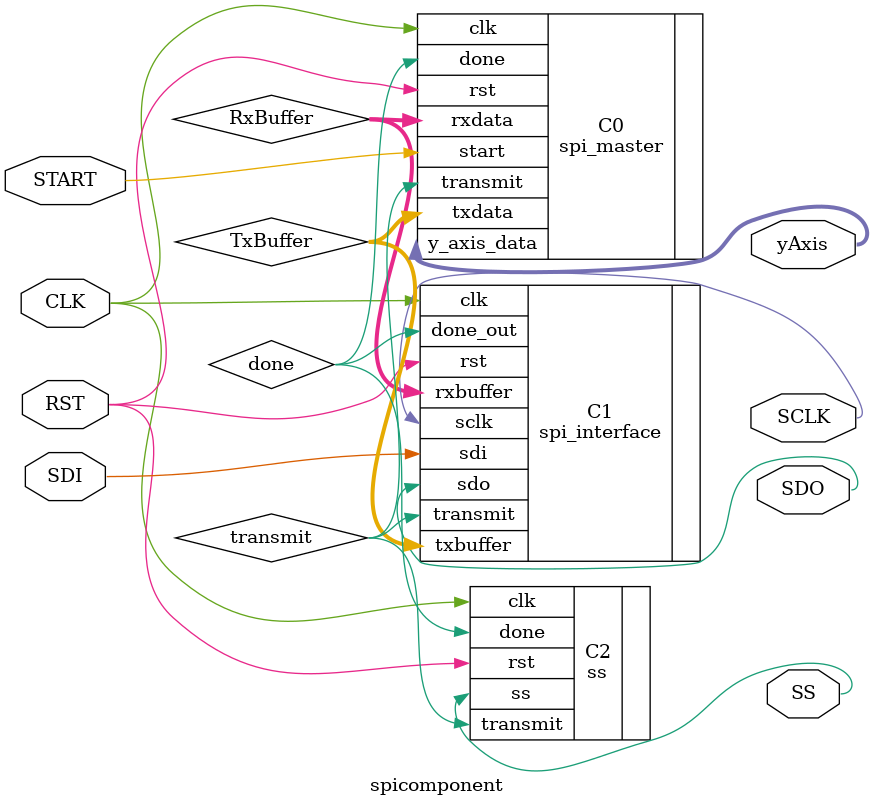
<source format=v>
`timescale 1ns / 1ps


module spicomponent(
   input CLK,
   input RST,
   input START,
   input SDI,
   output SDO,
   output SCLK,
   output SS,
   output [9:0] yAxis
    );
    
   wire [9:0] 	 yAxis;
   wire [15:0]  TxBuffer;
   wire [7:0]   RxBuffer;
   wire         doneConfigure;
   wire         done;
   wire         transmit;
   
		
   spi_master C0( .rst(RST),
                .start(START),
                .clk(CLK),
                .transmit(transmit),
                .txdata(TxBuffer),
                .rxdata(RxBuffer),
                .done(done),
                .y_axis_data(yAxis));
    
    spi_interface C1(.sdi(SDI),
                .sdo(SDO),
                .rst(RST),
                .clk(CLK),
                .sclk(SCLK),
                .txbuffer(TxBuffer),
                .rxbuffer(RxBuffer),
                .done_out(done),
                .transmit(transmit));
   
    ss C2(.clk(CLK),
                .ss(SS),
                .done(done),
                .transmit(transmit),
                .rst(RST)
    );
endmodule

</source>
